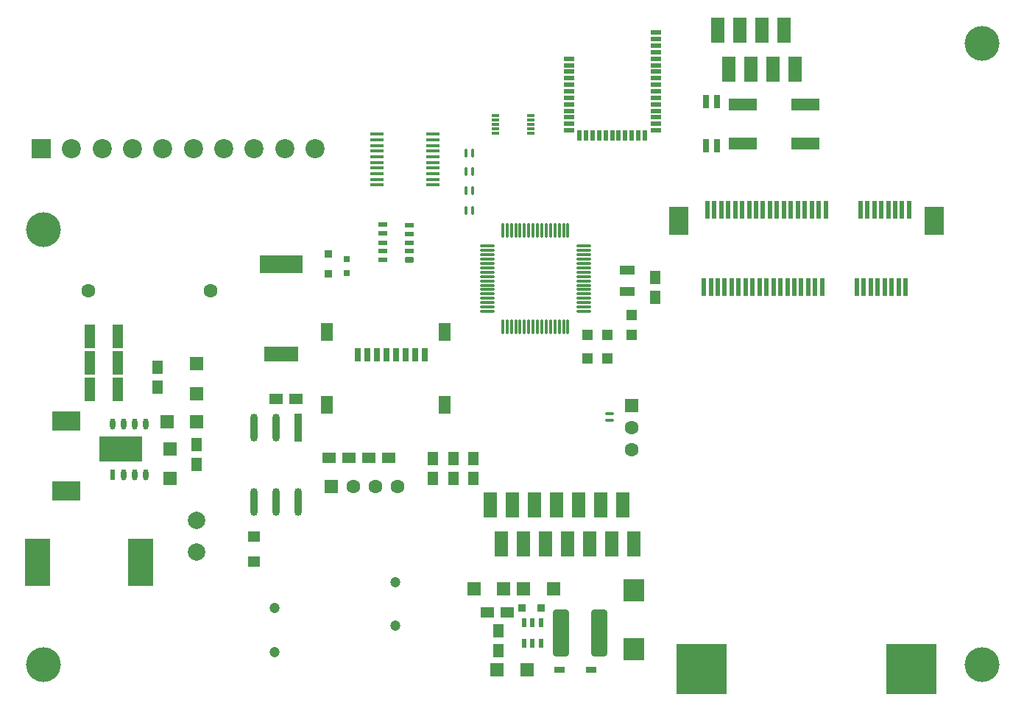
<source format=gts>
G04 Layer_Color=8388736*
%FSLAX44Y44*%
%MOMM*%
G71*
G01*
G75*
%ADD10R,1.4500X2.0000*%
%ADD11R,0.8000X1.5000*%
%ADD12R,1.5000X3.0000*%
%ADD13R,0.8000X1.6000*%
%ADD14R,3.2000X1.4000*%
G04:AMPARAMS|DCode=15|XSize=0.305mm|YSize=0.889mm|CornerRadius=0.0763mm|HoleSize=0mm|Usage=FLASHONLY|Rotation=90.000|XOffset=0mm|YOffset=0mm|HoleType=Round|Shape=RoundedRectangle|*
%AMROUNDEDRECTD15*
21,1,0.3050,0.7365,0,0,90.0*
21,1,0.1525,0.8890,0,0,90.0*
1,1,0.1525,0.3683,0.0763*
1,1,0.1525,0.3683,-0.0763*
1,1,0.1525,-0.3683,-0.0763*
1,1,0.1525,-0.3683,0.0763*
%
%ADD15ROUNDEDRECTD15*%
%ADD16R,1.8000X1.0000*%
%ADD17R,5.0000X2.0000*%
%ADD18R,4.0000X1.7000*%
%ADD19R,0.7620X0.7620*%
G04:AMPARAMS|DCode=20|XSize=1.1mm|YSize=0.6mm|CornerRadius=0mm|HoleSize=0mm|Usage=FLASHONLY|Rotation=180.000|XOffset=0mm|YOffset=0mm|HoleType=Round|Shape=Octagon|*
%AMOCTAGOND20*
4,1,8,-0.5500,0.1500,-0.5500,-0.1500,-0.4000,-0.3000,0.4000,-0.3000,0.5500,-0.1500,0.5500,0.1500,0.4000,0.3000,-0.4000,0.3000,-0.5500,0.1500,0.0*
%
%ADD20OCTAGOND20*%

%ADD21R,1.1000X0.6000*%
%ADD22R,0.8500X3.2000*%
%ADD23O,0.8500X3.2000*%
%ADD24O,1.8000X0.2700*%
%ADD25O,0.2700X1.8000*%
%ADD26R,1.2000X1.2700*%
%ADD27R,1.4000X1.3000*%
G04:AMPARAMS|DCode=28|XSize=1.925mm|YSize=5.5mm|CornerRadius=0.4813mm|HoleSize=0mm|Usage=FLASHONLY|Rotation=0.000|XOffset=0mm|YOffset=0mm|HoleType=Round|Shape=RoundedRectangle|*
%AMROUNDEDRECTD28*
21,1,1.9250,4.5375,0,0,0.0*
21,1,0.9625,5.5000,0,0,0.0*
1,1,0.9625,0.4813,-2.2687*
1,1,0.9625,-0.4813,-2.2687*
1,1,0.9625,-0.4813,2.2687*
1,1,0.9625,0.4813,2.2687*
%
%ADD28ROUNDEDRECTD28*%
%ADD29R,0.8300X0.8300*%
%ADD30R,1.2500X0.8000*%
%ADD31R,1.5240X1.5240*%
%ADD32R,2.3900X2.6000*%
%ADD33R,0.6000X1.3000*%
%ADD34O,0.6000X1.3000*%
%ADD35R,5.0000X2.9000*%
%ADD36R,3.0000X5.4000*%
%ADD37R,3.2000X2.2000*%
%ADD38R,1.5240X1.5240*%
%ADD39R,1.2000X2.8000*%
%ADD40R,0.5000X1.1000*%
%ADD41R,2.3000X3.2000*%
%ADD42R,0.5500X2.1000*%
G04:AMPARAMS|DCode=43|XSize=0.55mm|YSize=2.1mm|CornerRadius=0mm|HoleSize=0mm|Usage=FLASHONLY|Rotation=0.000|XOffset=0mm|YOffset=0mm|HoleType=Round|Shape=Octagon|*
%AMOCTAGOND43*
4,1,8,-0.1375,1.0500,0.1375,1.0500,0.2750,0.9125,0.2750,-0.9125,0.1375,-1.0500,-0.1375,-1.0500,-0.2750,-0.9125,-0.2750,0.9125,-0.1375,1.0500,0.0*
%
%ADD43OCTAGOND43*%

%ADD44R,1.2700X1.5240*%
%ADD45R,1.5240X1.2700*%
%ADD46R,1.2700X1.2000*%
%ADD47R,0.8300X0.8300*%
%ADD48O,1.0000X0.4000*%
%ADD49O,0.4000X1.0000*%
%ADD50O,1.6000X0.3800*%
%ADD51R,1.6000X0.3800*%
%ADD52R,0.5000X1.2000*%
%ADD53R,1.2000X0.5000*%
%ADD60C,4.0000*%
%ADD61C,1.2000*%
%ADD63C,1.6000*%
%ADD64C,0.6000*%
%ADD65C,2.0000*%
%ADD66R,1.6000X1.6000*%
%ADD68R,5.8000X5.8000*%
%ADD69C,2.2000*%
%ADD70R,2.2000X2.2000*%
%ADD71R,1.6000X1.6000*%
D10*
X375930Y422760D02*
D03*
X511930D02*
D03*
X375930Y339260D02*
D03*
X511930D02*
D03*
D11*
X488930Y396760D02*
D03*
X477932D02*
D03*
X466931D02*
D03*
X455930D02*
D03*
X444930D02*
D03*
X433931D02*
D03*
X422930D02*
D03*
X411930D02*
D03*
D12*
X914400Y725170D02*
D03*
X889000D02*
D03*
X863600D02*
D03*
X901700Y770170D02*
D03*
X876300D02*
D03*
X850900D02*
D03*
X838200Y725170D02*
D03*
X825500Y770170D02*
D03*
X563880Y223520D02*
D03*
X576580Y178520D02*
D03*
X589280Y223520D02*
D03*
X614680D02*
D03*
X640080D02*
D03*
X601980Y178520D02*
D03*
X627380D02*
D03*
X652780D02*
D03*
X665480Y223520D02*
D03*
X690880D02*
D03*
X716280D02*
D03*
X678180Y178520D02*
D03*
X703580D02*
D03*
X728980D02*
D03*
D13*
X824865Y687705D02*
D03*
X812165D02*
D03*
Y636905D02*
D03*
X824865D02*
D03*
D14*
X854905Y684170D02*
D03*
X926905D02*
D03*
Y639170D02*
D03*
X854905D02*
D03*
D15*
X610870Y651510D02*
D03*
Y656510D02*
D03*
Y661510D02*
D03*
Y666510D02*
D03*
Y671510D02*
D03*
X569980D02*
D03*
Y666510D02*
D03*
Y661510D02*
D03*
Y656510D02*
D03*
Y651510D02*
D03*
D16*
X721360Y469030D02*
D03*
Y494030D02*
D03*
D17*
X323850Y500455D02*
D03*
D18*
Y397435D02*
D03*
D19*
X398780Y490475D02*
D03*
Y506475D02*
D03*
D20*
X471170Y505460D02*
D03*
D21*
Y515460D02*
D03*
Y525460D02*
D03*
Y535460D02*
D03*
Y545460D02*
D03*
X440170Y505460D02*
D03*
Y515460D02*
D03*
Y525460D02*
D03*
X440690Y535940D02*
D03*
Y546100D02*
D03*
D22*
X342900Y312375D02*
D03*
D23*
X317500D02*
D03*
X292100D02*
D03*
X342900Y227375D02*
D03*
X317500D02*
D03*
X292100D02*
D03*
D24*
X671450Y446370D02*
D03*
Y451370D02*
D03*
Y456370D02*
D03*
Y461370D02*
D03*
Y466370D02*
D03*
Y471370D02*
D03*
Y476370D02*
D03*
Y481370D02*
D03*
Y486370D02*
D03*
Y491370D02*
D03*
Y496370D02*
D03*
Y501370D02*
D03*
Y506370D02*
D03*
Y511370D02*
D03*
Y516370D02*
D03*
Y521370D02*
D03*
X560450D02*
D03*
Y516370D02*
D03*
Y511370D02*
D03*
Y506370D02*
D03*
Y501370D02*
D03*
Y496370D02*
D03*
Y491370D02*
D03*
Y486370D02*
D03*
Y481370D02*
D03*
Y476370D02*
D03*
Y471370D02*
D03*
Y466370D02*
D03*
Y461370D02*
D03*
Y456370D02*
D03*
Y451370D02*
D03*
Y446370D02*
D03*
D25*
X653450Y539370D02*
D03*
X648450D02*
D03*
X643450D02*
D03*
X638450D02*
D03*
X633450D02*
D03*
X628450D02*
D03*
X623450D02*
D03*
X618450D02*
D03*
X613450D02*
D03*
X608450D02*
D03*
X603450D02*
D03*
X598450D02*
D03*
X593450D02*
D03*
X588450D02*
D03*
X583450D02*
D03*
X578450D02*
D03*
Y428370D02*
D03*
X583450D02*
D03*
X588450D02*
D03*
X593450D02*
D03*
X598450D02*
D03*
X603450D02*
D03*
X608450D02*
D03*
X613450D02*
D03*
X618450D02*
D03*
X623450D02*
D03*
X628450D02*
D03*
X633450D02*
D03*
X638450D02*
D03*
X643450D02*
D03*
X648450D02*
D03*
X653450D02*
D03*
D26*
X698500Y392370D02*
D03*
X675640D02*
D03*
X698500Y419100D02*
D03*
X675640D02*
D03*
D27*
X292100Y158220D02*
D03*
Y187220D02*
D03*
D28*
X645385Y76200D02*
D03*
X689385D02*
D03*
D29*
X600380Y105410D02*
D03*
X622630D02*
D03*
D30*
X644055Y34290D02*
D03*
X680555D02*
D03*
D31*
X572135D02*
D03*
X606425D02*
D03*
X226695Y319405D02*
D03*
X192405D02*
D03*
X545465Y127000D02*
D03*
X579755D02*
D03*
X636905D02*
D03*
X602615D02*
D03*
D32*
X728980Y125440D02*
D03*
Y57440D02*
D03*
D33*
X130175Y258655D02*
D03*
D34*
X142875D02*
D03*
X155575D02*
D03*
X168275D02*
D03*
X130175Y316655D02*
D03*
X142875D02*
D03*
X155575D02*
D03*
X168275D02*
D03*
D35*
X139175Y287655D02*
D03*
D36*
X162340Y157390D02*
D03*
X43340Y157480D02*
D03*
D37*
X76835Y240035D02*
D03*
Y320035D02*
D03*
D38*
X195580Y254000D02*
D03*
Y288290D02*
D03*
X226060Y351790D02*
D03*
Y386080D02*
D03*
D39*
X103380Y417195D02*
D03*
X135380D02*
D03*
X103380Y386715D02*
D03*
X135380D02*
D03*
X103380Y356235D02*
D03*
X135380D02*
D03*
D40*
X612775Y64200D02*
D03*
X622275Y88200D02*
D03*
X612775D02*
D03*
X603275D02*
D03*
Y64200D02*
D03*
X622275D02*
D03*
D41*
X781330Y550620D02*
D03*
X1074330D02*
D03*
D42*
X809830Y474620D02*
D03*
X813830Y563620D02*
D03*
X817830Y474620D02*
D03*
X821830Y563620D02*
D03*
X825830Y474620D02*
D03*
X829830Y563620D02*
D03*
X833830Y474620D02*
D03*
X837830Y563620D02*
D03*
X841830Y474620D02*
D03*
X845830Y563620D02*
D03*
X849830Y474620D02*
D03*
X853830Y563620D02*
D03*
X857830Y474620D02*
D03*
X861830Y563620D02*
D03*
X865830Y474620D02*
D03*
X869830Y563620D02*
D03*
X873830Y474620D02*
D03*
X877830Y563620D02*
D03*
X881830Y474620D02*
D03*
X885830Y563620D02*
D03*
X889830Y474620D02*
D03*
X893830Y563620D02*
D03*
X897830Y474620D02*
D03*
X901830Y563620D02*
D03*
X905830Y474620D02*
D03*
X909830Y563620D02*
D03*
X913830Y474620D02*
D03*
X917830Y563620D02*
D03*
X921830Y474620D02*
D03*
X925830Y563620D02*
D03*
X929830Y474620D02*
D03*
X933830Y563620D02*
D03*
X937830Y474620D02*
D03*
X941830Y563620D02*
D03*
X945830Y474620D02*
D03*
X949830Y563620D02*
D03*
X985830Y474620D02*
D03*
X989830Y563620D02*
D03*
X993830Y474620D02*
D03*
X997830Y563620D02*
D03*
X1001830Y474620D02*
D03*
X1005830Y563620D02*
D03*
X1009830Y474620D02*
D03*
X1013830Y563620D02*
D03*
X1017830Y474620D02*
D03*
X1021830Y563620D02*
D03*
X1025830Y474620D02*
D03*
X1029830Y563620D02*
D03*
X1033830Y474620D02*
D03*
X1037830Y563620D02*
D03*
X1041830Y474620D02*
D03*
D43*
X1045830Y563620D02*
D03*
D44*
X181610Y381635D02*
D03*
Y358775D02*
D03*
X226695Y292735D02*
D03*
Y269875D02*
D03*
X573405Y78740D02*
D03*
Y55880D02*
D03*
X544830Y276860D02*
D03*
Y254000D02*
D03*
X521970Y276860D02*
D03*
Y254000D02*
D03*
X497840Y276860D02*
D03*
Y254000D02*
D03*
X753745Y462280D02*
D03*
Y485140D02*
D03*
D45*
X317500Y345440D02*
D03*
X340360D02*
D03*
X583565Y100330D02*
D03*
X560705D02*
D03*
X401320Y278130D02*
D03*
X378460D02*
D03*
X447040D02*
D03*
X424180D02*
D03*
D46*
X726440Y419100D02*
D03*
Y441960D02*
D03*
D47*
X377825Y489890D02*
D03*
Y512140D02*
D03*
D48*
X701675Y320675D02*
D03*
Y328295D02*
D03*
D49*
X535940Y562610D02*
D03*
X543560D02*
D03*
Y585470D02*
D03*
X535940D02*
D03*
X543560Y607060D02*
D03*
X535940D02*
D03*
Y628650D02*
D03*
X543560D02*
D03*
D50*
X498090Y604780D02*
D03*
Y611280D02*
D03*
Y617780D02*
D03*
Y624280D02*
D03*
Y630780D02*
D03*
Y637280D02*
D03*
Y643780D02*
D03*
Y650280D02*
D03*
Y598280D02*
D03*
Y591780D02*
D03*
X434090Y604780D02*
D03*
Y611280D02*
D03*
Y617780D02*
D03*
Y624280D02*
D03*
Y630780D02*
D03*
Y637280D02*
D03*
Y643780D02*
D03*
Y598280D02*
D03*
Y591780D02*
D03*
D51*
Y650280D02*
D03*
D52*
X666880Y649080D02*
D03*
X674380D02*
D03*
X681880D02*
D03*
X689380D02*
D03*
X696880D02*
D03*
X704380D02*
D03*
X711880D02*
D03*
X719380D02*
D03*
X726880D02*
D03*
X734380D02*
D03*
X741880D02*
D03*
D53*
X754380Y767080D02*
D03*
Y759580D02*
D03*
Y752080D02*
D03*
Y744580D02*
D03*
Y737080D02*
D03*
Y729580D02*
D03*
Y722080D02*
D03*
Y714580D02*
D03*
Y707080D02*
D03*
Y699580D02*
D03*
Y692080D02*
D03*
Y684580D02*
D03*
Y677080D02*
D03*
Y669580D02*
D03*
Y662080D02*
D03*
Y654580D02*
D03*
X654380D02*
D03*
Y662080D02*
D03*
Y669580D02*
D03*
Y677080D02*
D03*
Y684580D02*
D03*
Y692080D02*
D03*
Y699580D02*
D03*
Y707080D02*
D03*
Y714580D02*
D03*
Y722080D02*
D03*
Y729580D02*
D03*
Y737080D02*
D03*
D60*
X1130000Y754390D02*
D03*
X50000Y40000D02*
D03*
Y540000D02*
D03*
X1130000Y40000D02*
D03*
D61*
X316230Y54775D02*
D03*
Y104775D02*
D03*
X455295Y135090D02*
D03*
Y85090D02*
D03*
D63*
X242085Y469900D02*
D03*
X102085D02*
D03*
X726440Y312420D02*
D03*
Y287020D02*
D03*
X431800Y244480D02*
D03*
X406400D02*
D03*
X457200D02*
D03*
D64*
X160655Y277165D02*
D03*
X149225D02*
D03*
X139065D02*
D03*
Y287655D02*
D03*
Y298755D02*
D03*
X149225D02*
D03*
X160655D02*
D03*
X149225Y287655D02*
D03*
X160655D02*
D03*
D65*
X226060Y169740D02*
D03*
Y205740D02*
D03*
D66*
X726440Y337820D02*
D03*
D68*
X1048830Y35120D02*
D03*
X806830D02*
D03*
D69*
X82610Y633090D02*
D03*
X117610D02*
D03*
X152610D02*
D03*
X187610D02*
D03*
X222610D02*
D03*
X257610D02*
D03*
X292610D02*
D03*
X327610D02*
D03*
X362610D02*
D03*
D70*
X47610D02*
D03*
D71*
X381000Y244480D02*
D03*
M02*

</source>
